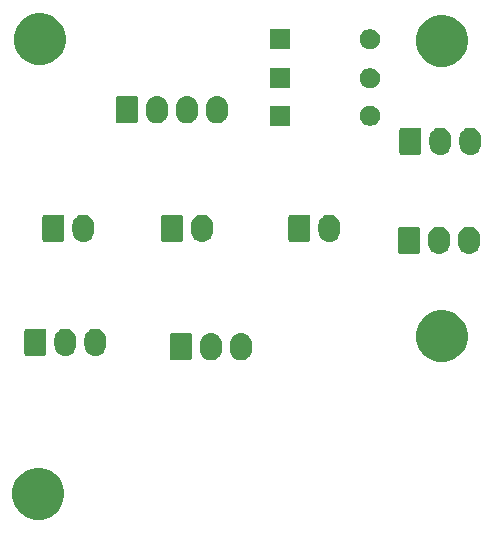
<source format=gbr>
G04 #@! TF.GenerationSoftware,KiCad,Pcbnew,(5.1.5-0-10_14)*
G04 #@! TF.CreationDate,2021-04-18T15:35:27+10:00*
G04 #@! TF.ProjectId,OH - Left Console - 6 - Flight Control Systems Panel ,4f48202d-204c-4656-9674-20436f6e736f,rev?*
G04 #@! TF.SameCoordinates,Original*
G04 #@! TF.FileFunction,Soldermask,Top*
G04 #@! TF.FilePolarity,Negative*
%FSLAX46Y46*%
G04 Gerber Fmt 4.6, Leading zero omitted, Abs format (unit mm)*
G04 Created by KiCad (PCBNEW (5.1.5-0-10_14)) date 2021-04-18 15:35:27*
%MOMM*%
%LPD*%
G04 APERTURE LIST*
%ADD10C,0.100000*%
G04 APERTURE END LIST*
D10*
G36*
X72651007Y-146727582D02*
G01*
X73051563Y-146893498D01*
X73051565Y-146893499D01*
X73412056Y-147134371D01*
X73718629Y-147440944D01*
X73959501Y-147801435D01*
X73959502Y-147801437D01*
X74125418Y-148201993D01*
X74210000Y-148627219D01*
X74210000Y-149060781D01*
X74125418Y-149486007D01*
X73959502Y-149886563D01*
X73959501Y-149886565D01*
X73718629Y-150247056D01*
X73412056Y-150553629D01*
X73051565Y-150794501D01*
X73051564Y-150794502D01*
X73051563Y-150794502D01*
X72651007Y-150960418D01*
X72225781Y-151045000D01*
X71792219Y-151045000D01*
X71366993Y-150960418D01*
X70966437Y-150794502D01*
X70966436Y-150794502D01*
X70966435Y-150794501D01*
X70605944Y-150553629D01*
X70299371Y-150247056D01*
X70058499Y-149886565D01*
X70058498Y-149886563D01*
X69892582Y-149486007D01*
X69808000Y-149060781D01*
X69808000Y-148627219D01*
X69892582Y-148201993D01*
X70058498Y-147801437D01*
X70058499Y-147801435D01*
X70299371Y-147440944D01*
X70605944Y-147134371D01*
X70966435Y-146893499D01*
X70966437Y-146893498D01*
X71366993Y-146727582D01*
X71792219Y-146643000D01*
X72225781Y-146643000D01*
X72651007Y-146727582D01*
G37*
G36*
X106814007Y-133392582D02*
G01*
X107214563Y-133558498D01*
X107214565Y-133558499D01*
X107575056Y-133799371D01*
X107881629Y-134105944D01*
X108122501Y-134466435D01*
X108122502Y-134466437D01*
X108288418Y-134866993D01*
X108373000Y-135292219D01*
X108373000Y-135725781D01*
X108288418Y-136151007D01*
X108122502Y-136551563D01*
X108122501Y-136551565D01*
X107881629Y-136912056D01*
X107575056Y-137218629D01*
X107214565Y-137459501D01*
X107214564Y-137459502D01*
X107214563Y-137459502D01*
X106814007Y-137625418D01*
X106388781Y-137710000D01*
X105955219Y-137710000D01*
X105529993Y-137625418D01*
X105129437Y-137459502D01*
X105129436Y-137459502D01*
X105129435Y-137459501D01*
X104768944Y-137218629D01*
X104462371Y-136912056D01*
X104221499Y-136551565D01*
X104221498Y-136551563D01*
X104055582Y-136151007D01*
X103971000Y-135725781D01*
X103971000Y-135292219D01*
X104055582Y-134866993D01*
X104221498Y-134466437D01*
X104221499Y-134466435D01*
X104462371Y-134105944D01*
X104768944Y-133799371D01*
X105129435Y-133558499D01*
X105129437Y-133558498D01*
X105529993Y-133392582D01*
X105955219Y-133308000D01*
X106388781Y-133308000D01*
X106814007Y-133392582D01*
G37*
G36*
X86794547Y-135260326D02*
G01*
X86968156Y-135312990D01*
X86968158Y-135312991D01*
X87128155Y-135398511D01*
X87268397Y-135513603D01*
X87344595Y-135606452D01*
X87383489Y-135653844D01*
X87469010Y-135813843D01*
X87521674Y-135987452D01*
X87535000Y-136122756D01*
X87535000Y-136673243D01*
X87521674Y-136808548D01*
X87469010Y-136982157D01*
X87383489Y-137142156D01*
X87366452Y-137162915D01*
X87268397Y-137282397D01*
X87171729Y-137361729D01*
X87128156Y-137397489D01*
X86968157Y-137483010D01*
X86794548Y-137535674D01*
X86614000Y-137553456D01*
X86433453Y-137535674D01*
X86259844Y-137483010D01*
X86099845Y-137397489D01*
X86056272Y-137361729D01*
X85959604Y-137282397D01*
X85844513Y-137142157D01*
X85844512Y-137142155D01*
X85758990Y-136982157D01*
X85706326Y-136808548D01*
X85693000Y-136673244D01*
X85693000Y-136122757D01*
X85706326Y-135987453D01*
X85758990Y-135813844D01*
X85806061Y-135725781D01*
X85844511Y-135653845D01*
X85959603Y-135513603D01*
X86056271Y-135434271D01*
X86099844Y-135398511D01*
X86259843Y-135312990D01*
X86433452Y-135260326D01*
X86614000Y-135242544D01*
X86794547Y-135260326D01*
G37*
G36*
X89334547Y-135260326D02*
G01*
X89508156Y-135312990D01*
X89508158Y-135312991D01*
X89668155Y-135398511D01*
X89808397Y-135513603D01*
X89884595Y-135606452D01*
X89923489Y-135653844D01*
X90009010Y-135813843D01*
X90061674Y-135987452D01*
X90075000Y-136122756D01*
X90075000Y-136673243D01*
X90061674Y-136808548D01*
X90009010Y-136982157D01*
X89923489Y-137142156D01*
X89906452Y-137162915D01*
X89808397Y-137282397D01*
X89711729Y-137361729D01*
X89668156Y-137397489D01*
X89508157Y-137483010D01*
X89334548Y-137535674D01*
X89154000Y-137553456D01*
X88973453Y-137535674D01*
X88799844Y-137483010D01*
X88639845Y-137397489D01*
X88596272Y-137361729D01*
X88499604Y-137282397D01*
X88384513Y-137142157D01*
X88384512Y-137142155D01*
X88298990Y-136982157D01*
X88246326Y-136808548D01*
X88233000Y-136673244D01*
X88233000Y-136122757D01*
X88246326Y-135987453D01*
X88298990Y-135813844D01*
X88346061Y-135725781D01*
X88384511Y-135653845D01*
X88499603Y-135513603D01*
X88596271Y-135434271D01*
X88639844Y-135398511D01*
X88799843Y-135312990D01*
X88973452Y-135260326D01*
X89154000Y-135242544D01*
X89334547Y-135260326D01*
G37*
G36*
X84853561Y-135250966D02*
G01*
X84886383Y-135260923D01*
X84916632Y-135277092D01*
X84943148Y-135298852D01*
X84964908Y-135325368D01*
X84981077Y-135355617D01*
X84991034Y-135388439D01*
X84995000Y-135428713D01*
X84995000Y-137367287D01*
X84991034Y-137407561D01*
X84981077Y-137440383D01*
X84964908Y-137470632D01*
X84943148Y-137497148D01*
X84916632Y-137518908D01*
X84886383Y-137535077D01*
X84853561Y-137545034D01*
X84813287Y-137549000D01*
X83334713Y-137549000D01*
X83294439Y-137545034D01*
X83261617Y-137535077D01*
X83231368Y-137518908D01*
X83204852Y-137497148D01*
X83183092Y-137470632D01*
X83166923Y-137440383D01*
X83156966Y-137407561D01*
X83153000Y-137367287D01*
X83153000Y-135428713D01*
X83156966Y-135388439D01*
X83166923Y-135355617D01*
X83183092Y-135325368D01*
X83204852Y-135298852D01*
X83231368Y-135277092D01*
X83261617Y-135260923D01*
X83294439Y-135250966D01*
X83334713Y-135247000D01*
X84813287Y-135247000D01*
X84853561Y-135250966D01*
G37*
G36*
X74475547Y-134879326D02*
G01*
X74649156Y-134931990D01*
X74649158Y-134931991D01*
X74809155Y-135017511D01*
X74949397Y-135132603D01*
X75028729Y-135229271D01*
X75064489Y-135272844D01*
X75108732Y-135355617D01*
X75147803Y-135428713D01*
X75150010Y-135432843D01*
X75202674Y-135606452D01*
X75216000Y-135741756D01*
X75216000Y-136292243D01*
X75202674Y-136427548D01*
X75150010Y-136601157D01*
X75064489Y-136761156D01*
X75028729Y-136804729D01*
X74949397Y-136901397D01*
X74852729Y-136980729D01*
X74809156Y-137016489D01*
X74649157Y-137102010D01*
X74475548Y-137154674D01*
X74295000Y-137172456D01*
X74114453Y-137154674D01*
X73940844Y-137102010D01*
X73780845Y-137016489D01*
X73737272Y-136980729D01*
X73640604Y-136901397D01*
X73525513Y-136761157D01*
X73525512Y-136761155D01*
X73439990Y-136601157D01*
X73387326Y-136427548D01*
X73374000Y-136292244D01*
X73374000Y-135741757D01*
X73387326Y-135606453D01*
X73439990Y-135432844D01*
X73525511Y-135272845D01*
X73542548Y-135252085D01*
X73640603Y-135132603D01*
X73766388Y-135029375D01*
X73780844Y-135017511D01*
X73940843Y-134931990D01*
X74114452Y-134879326D01*
X74295000Y-134861544D01*
X74475547Y-134879326D01*
G37*
G36*
X77015547Y-134879326D02*
G01*
X77189156Y-134931990D01*
X77189158Y-134931991D01*
X77349155Y-135017511D01*
X77489397Y-135132603D01*
X77568729Y-135229271D01*
X77604489Y-135272844D01*
X77648732Y-135355617D01*
X77687803Y-135428713D01*
X77690010Y-135432843D01*
X77742674Y-135606452D01*
X77756000Y-135741756D01*
X77756000Y-136292243D01*
X77742674Y-136427548D01*
X77690010Y-136601157D01*
X77604489Y-136761156D01*
X77568729Y-136804729D01*
X77489397Y-136901397D01*
X77392729Y-136980729D01*
X77349156Y-137016489D01*
X77189157Y-137102010D01*
X77015548Y-137154674D01*
X76835000Y-137172456D01*
X76654453Y-137154674D01*
X76480844Y-137102010D01*
X76320845Y-137016489D01*
X76277272Y-136980729D01*
X76180604Y-136901397D01*
X76065513Y-136761157D01*
X76065512Y-136761155D01*
X75979990Y-136601157D01*
X75927326Y-136427548D01*
X75914000Y-136292244D01*
X75914000Y-135741757D01*
X75927326Y-135606453D01*
X75979990Y-135432844D01*
X76065511Y-135272845D01*
X76082548Y-135252085D01*
X76180603Y-135132603D01*
X76306388Y-135029375D01*
X76320844Y-135017511D01*
X76480843Y-134931990D01*
X76654452Y-134879326D01*
X76835000Y-134861544D01*
X77015547Y-134879326D01*
G37*
G36*
X72534561Y-134869966D02*
G01*
X72567383Y-134879923D01*
X72597632Y-134896092D01*
X72624148Y-134917852D01*
X72645908Y-134944368D01*
X72662077Y-134974617D01*
X72672034Y-135007439D01*
X72676000Y-135047713D01*
X72676000Y-136986287D01*
X72672034Y-137026561D01*
X72662077Y-137059383D01*
X72645908Y-137089632D01*
X72624148Y-137116148D01*
X72597632Y-137137908D01*
X72567383Y-137154077D01*
X72534561Y-137164034D01*
X72494287Y-137168000D01*
X71015713Y-137168000D01*
X70975439Y-137164034D01*
X70942617Y-137154077D01*
X70912368Y-137137908D01*
X70885852Y-137116148D01*
X70864092Y-137089632D01*
X70847923Y-137059383D01*
X70837966Y-137026561D01*
X70834000Y-136986287D01*
X70834000Y-135047713D01*
X70837966Y-135007439D01*
X70847923Y-134974617D01*
X70864092Y-134944368D01*
X70885852Y-134917852D01*
X70912368Y-134896092D01*
X70942617Y-134879923D01*
X70975439Y-134869966D01*
X71015713Y-134866000D01*
X72494287Y-134866000D01*
X72534561Y-134869966D01*
G37*
G36*
X108638547Y-126243326D02*
G01*
X108812156Y-126295990D01*
X108812158Y-126295991D01*
X108972155Y-126381511D01*
X109112397Y-126496603D01*
X109191729Y-126593271D01*
X109227489Y-126636844D01*
X109313010Y-126796843D01*
X109365674Y-126970452D01*
X109379000Y-127105756D01*
X109379000Y-127656243D01*
X109365674Y-127791548D01*
X109313010Y-127965157D01*
X109227489Y-128125156D01*
X109191729Y-128168729D01*
X109112397Y-128265397D01*
X109015729Y-128344729D01*
X108972156Y-128380489D01*
X108812157Y-128466010D01*
X108638548Y-128518674D01*
X108458000Y-128536456D01*
X108277453Y-128518674D01*
X108103844Y-128466010D01*
X107943845Y-128380489D01*
X107900272Y-128344729D01*
X107803604Y-128265397D01*
X107688513Y-128125157D01*
X107688512Y-128125155D01*
X107602990Y-127965157D01*
X107550326Y-127791548D01*
X107537000Y-127656244D01*
X107537000Y-127105757D01*
X107550326Y-126970453D01*
X107602990Y-126796844D01*
X107614375Y-126775545D01*
X107688511Y-126636845D01*
X107803603Y-126496603D01*
X107929388Y-126393375D01*
X107943844Y-126381511D01*
X108103843Y-126295990D01*
X108277452Y-126243326D01*
X108458000Y-126225544D01*
X108638547Y-126243326D01*
G37*
G36*
X106098547Y-126243326D02*
G01*
X106272156Y-126295990D01*
X106272158Y-126295991D01*
X106432155Y-126381511D01*
X106572397Y-126496603D01*
X106651729Y-126593271D01*
X106687489Y-126636844D01*
X106773010Y-126796843D01*
X106825674Y-126970452D01*
X106839000Y-127105756D01*
X106839000Y-127656243D01*
X106825674Y-127791548D01*
X106773010Y-127965157D01*
X106687489Y-128125156D01*
X106651729Y-128168729D01*
X106572397Y-128265397D01*
X106475729Y-128344729D01*
X106432156Y-128380489D01*
X106272157Y-128466010D01*
X106098548Y-128518674D01*
X105918000Y-128536456D01*
X105737453Y-128518674D01*
X105563844Y-128466010D01*
X105403845Y-128380489D01*
X105360272Y-128344729D01*
X105263604Y-128265397D01*
X105148513Y-128125157D01*
X105148512Y-128125155D01*
X105062990Y-127965157D01*
X105010326Y-127791548D01*
X104997000Y-127656244D01*
X104997000Y-127105757D01*
X105010326Y-126970453D01*
X105062990Y-126796844D01*
X105074375Y-126775545D01*
X105148511Y-126636845D01*
X105263603Y-126496603D01*
X105389388Y-126393375D01*
X105403844Y-126381511D01*
X105563843Y-126295990D01*
X105737452Y-126243326D01*
X105918000Y-126225544D01*
X106098547Y-126243326D01*
G37*
G36*
X104157561Y-126233966D02*
G01*
X104190383Y-126243923D01*
X104220632Y-126260092D01*
X104247148Y-126281852D01*
X104268908Y-126308368D01*
X104285077Y-126338617D01*
X104295034Y-126371439D01*
X104299000Y-126411713D01*
X104299000Y-128350287D01*
X104295034Y-128390561D01*
X104285077Y-128423383D01*
X104268908Y-128453632D01*
X104247148Y-128480148D01*
X104220632Y-128501908D01*
X104190383Y-128518077D01*
X104157561Y-128528034D01*
X104117287Y-128532000D01*
X102638713Y-128532000D01*
X102598439Y-128528034D01*
X102565617Y-128518077D01*
X102535368Y-128501908D01*
X102508852Y-128480148D01*
X102487092Y-128453632D01*
X102470923Y-128423383D01*
X102460966Y-128390561D01*
X102457000Y-128350287D01*
X102457000Y-126411713D01*
X102460966Y-126371439D01*
X102470923Y-126338617D01*
X102487092Y-126308368D01*
X102508852Y-126281852D01*
X102535368Y-126260092D01*
X102565617Y-126243923D01*
X102598439Y-126233966D01*
X102638713Y-126230000D01*
X104117287Y-126230000D01*
X104157561Y-126233966D01*
G37*
G36*
X96827547Y-125227326D02*
G01*
X97001156Y-125279990D01*
X97001158Y-125279991D01*
X97161155Y-125365511D01*
X97301397Y-125480603D01*
X97380729Y-125577271D01*
X97416489Y-125620844D01*
X97502010Y-125780843D01*
X97554674Y-125954452D01*
X97568000Y-126089756D01*
X97568000Y-126640243D01*
X97554674Y-126775548D01*
X97502010Y-126949157D01*
X97416489Y-127109156D01*
X97380729Y-127152729D01*
X97301397Y-127249397D01*
X97204729Y-127328729D01*
X97161156Y-127364489D01*
X97001157Y-127450010D01*
X96827548Y-127502674D01*
X96647000Y-127520456D01*
X96466453Y-127502674D01*
X96292844Y-127450010D01*
X96132845Y-127364489D01*
X96089272Y-127328729D01*
X95992604Y-127249397D01*
X95877513Y-127109157D01*
X95877512Y-127109155D01*
X95791990Y-126949157D01*
X95739326Y-126775548D01*
X95726000Y-126640244D01*
X95726000Y-126089757D01*
X95739326Y-125954453D01*
X95791990Y-125780844D01*
X95877511Y-125620845D01*
X95877512Y-125620844D01*
X95992603Y-125480603D01*
X96118388Y-125377375D01*
X96132844Y-125365511D01*
X96292843Y-125279990D01*
X96466452Y-125227326D01*
X96647000Y-125209544D01*
X96827547Y-125227326D01*
G37*
G36*
X86032547Y-125227326D02*
G01*
X86206156Y-125279990D01*
X86206158Y-125279991D01*
X86366155Y-125365511D01*
X86506397Y-125480603D01*
X86585729Y-125577271D01*
X86621489Y-125620844D01*
X86707010Y-125780843D01*
X86759674Y-125954452D01*
X86773000Y-126089756D01*
X86773000Y-126640243D01*
X86759674Y-126775548D01*
X86707010Y-126949157D01*
X86621489Y-127109156D01*
X86585729Y-127152729D01*
X86506397Y-127249397D01*
X86409729Y-127328729D01*
X86366156Y-127364489D01*
X86206157Y-127450010D01*
X86032548Y-127502674D01*
X85852000Y-127520456D01*
X85671453Y-127502674D01*
X85497844Y-127450010D01*
X85337845Y-127364489D01*
X85294272Y-127328729D01*
X85197604Y-127249397D01*
X85082513Y-127109157D01*
X85082512Y-127109155D01*
X84996990Y-126949157D01*
X84944326Y-126775548D01*
X84931000Y-126640244D01*
X84931000Y-126089757D01*
X84944326Y-125954453D01*
X84996990Y-125780844D01*
X85082511Y-125620845D01*
X85082512Y-125620844D01*
X85197603Y-125480603D01*
X85323388Y-125377375D01*
X85337844Y-125365511D01*
X85497843Y-125279990D01*
X85671452Y-125227326D01*
X85852000Y-125209544D01*
X86032547Y-125227326D01*
G37*
G36*
X75999547Y-125227326D02*
G01*
X76173156Y-125279990D01*
X76173158Y-125279991D01*
X76333155Y-125365511D01*
X76473397Y-125480603D01*
X76552729Y-125577271D01*
X76588489Y-125620844D01*
X76674010Y-125780843D01*
X76726674Y-125954452D01*
X76740000Y-126089756D01*
X76740000Y-126640243D01*
X76726674Y-126775548D01*
X76674010Y-126949157D01*
X76588489Y-127109156D01*
X76552729Y-127152729D01*
X76473397Y-127249397D01*
X76376729Y-127328729D01*
X76333156Y-127364489D01*
X76173157Y-127450010D01*
X75999548Y-127502674D01*
X75819000Y-127520456D01*
X75638453Y-127502674D01*
X75464844Y-127450010D01*
X75304845Y-127364489D01*
X75261272Y-127328729D01*
X75164604Y-127249397D01*
X75049513Y-127109157D01*
X75049512Y-127109155D01*
X74963990Y-126949157D01*
X74911326Y-126775548D01*
X74898000Y-126640244D01*
X74898000Y-126089757D01*
X74911326Y-125954453D01*
X74963990Y-125780844D01*
X75049511Y-125620845D01*
X75049512Y-125620844D01*
X75164603Y-125480603D01*
X75290388Y-125377375D01*
X75304844Y-125365511D01*
X75464843Y-125279990D01*
X75638452Y-125227326D01*
X75819000Y-125209544D01*
X75999547Y-125227326D01*
G37*
G36*
X84091561Y-125217966D02*
G01*
X84124383Y-125227923D01*
X84154632Y-125244092D01*
X84181148Y-125265852D01*
X84202908Y-125292368D01*
X84219077Y-125322617D01*
X84229034Y-125355439D01*
X84233000Y-125395713D01*
X84233000Y-127334287D01*
X84229034Y-127374561D01*
X84219077Y-127407383D01*
X84202908Y-127437632D01*
X84181148Y-127464148D01*
X84154632Y-127485908D01*
X84124383Y-127502077D01*
X84091561Y-127512034D01*
X84051287Y-127516000D01*
X82572713Y-127516000D01*
X82532439Y-127512034D01*
X82499617Y-127502077D01*
X82469368Y-127485908D01*
X82442852Y-127464148D01*
X82421092Y-127437632D01*
X82404923Y-127407383D01*
X82394966Y-127374561D01*
X82391000Y-127334287D01*
X82391000Y-125395713D01*
X82394966Y-125355439D01*
X82404923Y-125322617D01*
X82421092Y-125292368D01*
X82442852Y-125265852D01*
X82469368Y-125244092D01*
X82499617Y-125227923D01*
X82532439Y-125217966D01*
X82572713Y-125214000D01*
X84051287Y-125214000D01*
X84091561Y-125217966D01*
G37*
G36*
X74058561Y-125217966D02*
G01*
X74091383Y-125227923D01*
X74121632Y-125244092D01*
X74148148Y-125265852D01*
X74169908Y-125292368D01*
X74186077Y-125322617D01*
X74196034Y-125355439D01*
X74200000Y-125395713D01*
X74200000Y-127334287D01*
X74196034Y-127374561D01*
X74186077Y-127407383D01*
X74169908Y-127437632D01*
X74148148Y-127464148D01*
X74121632Y-127485908D01*
X74091383Y-127502077D01*
X74058561Y-127512034D01*
X74018287Y-127516000D01*
X72539713Y-127516000D01*
X72499439Y-127512034D01*
X72466617Y-127502077D01*
X72436368Y-127485908D01*
X72409852Y-127464148D01*
X72388092Y-127437632D01*
X72371923Y-127407383D01*
X72361966Y-127374561D01*
X72358000Y-127334287D01*
X72358000Y-125395713D01*
X72361966Y-125355439D01*
X72371923Y-125322617D01*
X72388092Y-125292368D01*
X72409852Y-125265852D01*
X72436368Y-125244092D01*
X72466617Y-125227923D01*
X72499439Y-125217966D01*
X72539713Y-125214000D01*
X74018287Y-125214000D01*
X74058561Y-125217966D01*
G37*
G36*
X94886561Y-125217966D02*
G01*
X94919383Y-125227923D01*
X94949632Y-125244092D01*
X94976148Y-125265852D01*
X94997908Y-125292368D01*
X95014077Y-125322617D01*
X95024034Y-125355439D01*
X95028000Y-125395713D01*
X95028000Y-127334287D01*
X95024034Y-127374561D01*
X95014077Y-127407383D01*
X94997908Y-127437632D01*
X94976148Y-127464148D01*
X94949632Y-127485908D01*
X94919383Y-127502077D01*
X94886561Y-127512034D01*
X94846287Y-127516000D01*
X93367713Y-127516000D01*
X93327439Y-127512034D01*
X93294617Y-127502077D01*
X93264368Y-127485908D01*
X93237852Y-127464148D01*
X93216092Y-127437632D01*
X93199923Y-127407383D01*
X93189966Y-127374561D01*
X93186000Y-127334287D01*
X93186000Y-125395713D01*
X93189966Y-125355439D01*
X93199923Y-125322617D01*
X93216092Y-125292368D01*
X93237852Y-125265852D01*
X93264368Y-125244092D01*
X93294617Y-125227923D01*
X93327439Y-125217966D01*
X93367713Y-125214000D01*
X94846287Y-125214000D01*
X94886561Y-125217966D01*
G37*
G36*
X108765547Y-117861326D02*
G01*
X108939156Y-117913990D01*
X108939158Y-117913991D01*
X109099155Y-117999511D01*
X109239397Y-118114603D01*
X109318729Y-118211271D01*
X109354489Y-118254844D01*
X109440010Y-118414843D01*
X109492674Y-118588452D01*
X109506000Y-118723756D01*
X109506000Y-119274243D01*
X109492674Y-119409548D01*
X109440010Y-119583157D01*
X109354489Y-119743156D01*
X109318729Y-119786729D01*
X109239397Y-119883397D01*
X109142729Y-119962729D01*
X109099156Y-119998489D01*
X108939157Y-120084010D01*
X108765548Y-120136674D01*
X108585000Y-120154456D01*
X108404453Y-120136674D01*
X108230844Y-120084010D01*
X108070845Y-119998489D01*
X108027272Y-119962729D01*
X107930604Y-119883397D01*
X107815513Y-119743157D01*
X107815512Y-119743155D01*
X107729990Y-119583157D01*
X107677326Y-119409548D01*
X107664000Y-119274244D01*
X107664000Y-118723757D01*
X107677326Y-118588453D01*
X107729990Y-118414844D01*
X107815511Y-118254845D01*
X107815512Y-118254844D01*
X107930603Y-118114603D01*
X108056388Y-118011375D01*
X108070844Y-117999511D01*
X108230843Y-117913990D01*
X108404452Y-117861326D01*
X108585000Y-117843544D01*
X108765547Y-117861326D01*
G37*
G36*
X106225547Y-117861326D02*
G01*
X106399156Y-117913990D01*
X106399158Y-117913991D01*
X106559155Y-117999511D01*
X106699397Y-118114603D01*
X106778729Y-118211271D01*
X106814489Y-118254844D01*
X106900010Y-118414843D01*
X106952674Y-118588452D01*
X106966000Y-118723756D01*
X106966000Y-119274243D01*
X106952674Y-119409548D01*
X106900010Y-119583157D01*
X106814489Y-119743156D01*
X106778729Y-119786729D01*
X106699397Y-119883397D01*
X106602729Y-119962729D01*
X106559156Y-119998489D01*
X106399157Y-120084010D01*
X106225548Y-120136674D01*
X106045000Y-120154456D01*
X105864453Y-120136674D01*
X105690844Y-120084010D01*
X105530845Y-119998489D01*
X105487272Y-119962729D01*
X105390604Y-119883397D01*
X105275513Y-119743157D01*
X105275512Y-119743155D01*
X105189990Y-119583157D01*
X105137326Y-119409548D01*
X105124000Y-119274244D01*
X105124000Y-118723757D01*
X105137326Y-118588453D01*
X105189990Y-118414844D01*
X105275511Y-118254845D01*
X105275512Y-118254844D01*
X105390603Y-118114603D01*
X105516388Y-118011375D01*
X105530844Y-117999511D01*
X105690843Y-117913990D01*
X105864452Y-117861326D01*
X106045000Y-117843544D01*
X106225547Y-117861326D01*
G37*
G36*
X104284561Y-117851966D02*
G01*
X104317383Y-117861923D01*
X104347632Y-117878092D01*
X104374148Y-117899852D01*
X104395908Y-117926368D01*
X104412077Y-117956617D01*
X104422034Y-117989439D01*
X104426000Y-118029713D01*
X104426000Y-119968287D01*
X104422034Y-120008561D01*
X104412077Y-120041383D01*
X104395908Y-120071632D01*
X104374148Y-120098148D01*
X104347632Y-120119908D01*
X104317383Y-120136077D01*
X104284561Y-120146034D01*
X104244287Y-120150000D01*
X102765713Y-120150000D01*
X102725439Y-120146034D01*
X102692617Y-120136077D01*
X102662368Y-120119908D01*
X102635852Y-120098148D01*
X102614092Y-120071632D01*
X102597923Y-120041383D01*
X102587966Y-120008561D01*
X102584000Y-119968287D01*
X102584000Y-118029713D01*
X102587966Y-117989439D01*
X102597923Y-117956617D01*
X102614092Y-117926368D01*
X102635852Y-117899852D01*
X102662368Y-117878092D01*
X102692617Y-117861923D01*
X102725439Y-117851966D01*
X102765713Y-117848000D01*
X104244287Y-117848000D01*
X104284561Y-117851966D01*
G37*
G36*
X93307000Y-117691000D02*
G01*
X91605000Y-117691000D01*
X91605000Y-115989000D01*
X93307000Y-115989000D01*
X93307000Y-117691000D01*
G37*
G36*
X100324228Y-116021703D02*
G01*
X100479100Y-116085853D01*
X100618481Y-116178985D01*
X100737015Y-116297519D01*
X100830147Y-116436900D01*
X100894297Y-116591772D01*
X100927000Y-116756184D01*
X100927000Y-116923816D01*
X100894297Y-117088228D01*
X100830147Y-117243100D01*
X100737015Y-117382481D01*
X100618481Y-117501015D01*
X100479100Y-117594147D01*
X100324228Y-117658297D01*
X100159816Y-117691000D01*
X99992184Y-117691000D01*
X99827772Y-117658297D01*
X99672900Y-117594147D01*
X99533519Y-117501015D01*
X99414985Y-117382481D01*
X99321853Y-117243100D01*
X99257703Y-117088228D01*
X99225000Y-116923816D01*
X99225000Y-116756184D01*
X99257703Y-116591772D01*
X99321853Y-116436900D01*
X99414985Y-116297519D01*
X99533519Y-116178985D01*
X99672900Y-116085853D01*
X99827772Y-116021703D01*
X99992184Y-115989000D01*
X100159816Y-115989000D01*
X100324228Y-116021703D01*
G37*
G36*
X87302547Y-115194326D02*
G01*
X87476156Y-115246990D01*
X87476158Y-115246991D01*
X87636155Y-115332511D01*
X87776397Y-115447603D01*
X87855729Y-115544271D01*
X87891489Y-115587844D01*
X87977010Y-115747843D01*
X88029674Y-115921452D01*
X88043000Y-116056756D01*
X88043000Y-116607243D01*
X88029674Y-116742548D01*
X87977010Y-116916157D01*
X87891489Y-117076156D01*
X87855729Y-117119729D01*
X87776397Y-117216397D01*
X87679729Y-117295729D01*
X87636156Y-117331489D01*
X87476157Y-117417010D01*
X87302548Y-117469674D01*
X87122000Y-117487456D01*
X86941453Y-117469674D01*
X86767844Y-117417010D01*
X86607845Y-117331489D01*
X86564272Y-117295729D01*
X86467604Y-117216397D01*
X86352513Y-117076157D01*
X86352512Y-117076155D01*
X86266990Y-116916157D01*
X86214326Y-116742548D01*
X86201000Y-116607244D01*
X86201000Y-116056757D01*
X86214326Y-115921453D01*
X86266990Y-115747844D01*
X86352511Y-115587845D01*
X86352512Y-115587844D01*
X86467603Y-115447603D01*
X86593388Y-115344375D01*
X86607844Y-115332511D01*
X86767843Y-115246990D01*
X86941452Y-115194326D01*
X87122000Y-115176544D01*
X87302547Y-115194326D01*
G37*
G36*
X84762547Y-115194326D02*
G01*
X84936156Y-115246990D01*
X84936158Y-115246991D01*
X85096155Y-115332511D01*
X85236397Y-115447603D01*
X85315729Y-115544271D01*
X85351489Y-115587844D01*
X85437010Y-115747843D01*
X85489674Y-115921452D01*
X85503000Y-116056756D01*
X85503000Y-116607243D01*
X85489674Y-116742548D01*
X85437010Y-116916157D01*
X85351489Y-117076156D01*
X85315729Y-117119729D01*
X85236397Y-117216397D01*
X85139729Y-117295729D01*
X85096156Y-117331489D01*
X84936157Y-117417010D01*
X84762548Y-117469674D01*
X84582000Y-117487456D01*
X84401453Y-117469674D01*
X84227844Y-117417010D01*
X84067845Y-117331489D01*
X84024272Y-117295729D01*
X83927604Y-117216397D01*
X83812513Y-117076157D01*
X83812512Y-117076155D01*
X83726990Y-116916157D01*
X83674326Y-116742548D01*
X83661000Y-116607244D01*
X83661000Y-116056757D01*
X83674326Y-115921453D01*
X83726990Y-115747844D01*
X83812511Y-115587845D01*
X83812512Y-115587844D01*
X83927603Y-115447603D01*
X84053388Y-115344375D01*
X84067844Y-115332511D01*
X84227843Y-115246990D01*
X84401452Y-115194326D01*
X84582000Y-115176544D01*
X84762547Y-115194326D01*
G37*
G36*
X82222547Y-115194326D02*
G01*
X82396156Y-115246990D01*
X82396158Y-115246991D01*
X82556155Y-115332511D01*
X82696397Y-115447603D01*
X82775729Y-115544271D01*
X82811489Y-115587844D01*
X82897010Y-115747843D01*
X82949674Y-115921452D01*
X82963000Y-116056756D01*
X82963000Y-116607243D01*
X82949674Y-116742548D01*
X82897010Y-116916157D01*
X82811489Y-117076156D01*
X82775729Y-117119729D01*
X82696397Y-117216397D01*
X82599729Y-117295729D01*
X82556156Y-117331489D01*
X82396157Y-117417010D01*
X82222548Y-117469674D01*
X82042000Y-117487456D01*
X81861453Y-117469674D01*
X81687844Y-117417010D01*
X81527845Y-117331489D01*
X81484272Y-117295729D01*
X81387604Y-117216397D01*
X81272513Y-117076157D01*
X81272512Y-117076155D01*
X81186990Y-116916157D01*
X81134326Y-116742548D01*
X81121000Y-116607244D01*
X81121000Y-116056757D01*
X81134326Y-115921453D01*
X81186990Y-115747844D01*
X81272511Y-115587845D01*
X81272512Y-115587844D01*
X81387603Y-115447603D01*
X81513388Y-115344375D01*
X81527844Y-115332511D01*
X81687843Y-115246990D01*
X81861452Y-115194326D01*
X82042000Y-115176544D01*
X82222547Y-115194326D01*
G37*
G36*
X80281561Y-115184966D02*
G01*
X80314383Y-115194923D01*
X80344632Y-115211092D01*
X80371148Y-115232852D01*
X80392908Y-115259368D01*
X80409077Y-115289617D01*
X80419034Y-115322439D01*
X80423000Y-115362713D01*
X80423000Y-117301287D01*
X80419034Y-117341561D01*
X80409077Y-117374383D01*
X80392908Y-117404632D01*
X80371148Y-117431148D01*
X80344632Y-117452908D01*
X80314383Y-117469077D01*
X80281561Y-117479034D01*
X80241287Y-117483000D01*
X78762713Y-117483000D01*
X78722439Y-117479034D01*
X78689617Y-117469077D01*
X78659368Y-117452908D01*
X78632852Y-117431148D01*
X78611092Y-117404632D01*
X78594923Y-117374383D01*
X78584966Y-117341561D01*
X78581000Y-117301287D01*
X78581000Y-115362713D01*
X78584966Y-115322439D01*
X78594923Y-115289617D01*
X78611092Y-115259368D01*
X78632852Y-115232852D01*
X78659368Y-115211092D01*
X78689617Y-115194923D01*
X78722439Y-115184966D01*
X78762713Y-115181000D01*
X80241287Y-115181000D01*
X80281561Y-115184966D01*
G37*
G36*
X93307000Y-114516000D02*
G01*
X91605000Y-114516000D01*
X91605000Y-112814000D01*
X93307000Y-112814000D01*
X93307000Y-114516000D01*
G37*
G36*
X100324228Y-112846703D02*
G01*
X100479100Y-112910853D01*
X100618481Y-113003985D01*
X100737015Y-113122519D01*
X100830147Y-113261900D01*
X100894297Y-113416772D01*
X100927000Y-113581184D01*
X100927000Y-113748816D01*
X100894297Y-113913228D01*
X100830147Y-114068100D01*
X100737015Y-114207481D01*
X100618481Y-114326015D01*
X100479100Y-114419147D01*
X100324228Y-114483297D01*
X100159816Y-114516000D01*
X99992184Y-114516000D01*
X99827772Y-114483297D01*
X99672900Y-114419147D01*
X99533519Y-114326015D01*
X99414985Y-114207481D01*
X99321853Y-114068100D01*
X99257703Y-113913228D01*
X99225000Y-113748816D01*
X99225000Y-113581184D01*
X99257703Y-113416772D01*
X99321853Y-113261900D01*
X99414985Y-113122519D01*
X99533519Y-113003985D01*
X99672900Y-112910853D01*
X99827772Y-112846703D01*
X99992184Y-112814000D01*
X100159816Y-112814000D01*
X100324228Y-112846703D01*
G37*
G36*
X106814007Y-108373582D02*
G01*
X107214563Y-108539498D01*
X107214565Y-108539499D01*
X107575056Y-108780371D01*
X107881629Y-109086944D01*
X108122501Y-109447435D01*
X108122502Y-109447437D01*
X108288418Y-109847993D01*
X108373000Y-110273219D01*
X108373000Y-110706781D01*
X108288418Y-111132007D01*
X108268002Y-111181295D01*
X108122501Y-111532565D01*
X107881629Y-111893056D01*
X107575056Y-112199629D01*
X107214565Y-112440501D01*
X107214564Y-112440502D01*
X107214563Y-112440502D01*
X106814007Y-112606418D01*
X106388781Y-112691000D01*
X105955219Y-112691000D01*
X105529993Y-112606418D01*
X105129437Y-112440502D01*
X105129436Y-112440502D01*
X105129435Y-112440501D01*
X104768944Y-112199629D01*
X104462371Y-111893056D01*
X104221499Y-111532565D01*
X104075998Y-111181295D01*
X104055582Y-111132007D01*
X103971000Y-110706781D01*
X103971000Y-110273219D01*
X104055582Y-109847993D01*
X104221498Y-109447437D01*
X104221499Y-109447435D01*
X104462371Y-109086944D01*
X104768944Y-108780371D01*
X105129435Y-108539499D01*
X105129437Y-108539498D01*
X105529993Y-108373582D01*
X105955219Y-108289000D01*
X106388781Y-108289000D01*
X106814007Y-108373582D01*
G37*
G36*
X72778007Y-108246582D02*
G01*
X73178563Y-108412498D01*
X73178565Y-108412499D01*
X73539056Y-108653371D01*
X73845629Y-108959944D01*
X73930488Y-109086945D01*
X74086502Y-109320437D01*
X74252418Y-109720993D01*
X74337000Y-110146219D01*
X74337000Y-110579781D01*
X74252418Y-111005007D01*
X74199812Y-111132008D01*
X74086501Y-111405565D01*
X73845629Y-111766056D01*
X73539056Y-112072629D01*
X73178565Y-112313501D01*
X73178564Y-112313502D01*
X73178563Y-112313502D01*
X72778007Y-112479418D01*
X72352781Y-112564000D01*
X71919219Y-112564000D01*
X71493993Y-112479418D01*
X71093437Y-112313502D01*
X71093436Y-112313502D01*
X71093435Y-112313501D01*
X70732944Y-112072629D01*
X70426371Y-111766056D01*
X70185499Y-111405565D01*
X70072188Y-111132008D01*
X70019582Y-111005007D01*
X69935000Y-110579781D01*
X69935000Y-110146219D01*
X70019582Y-109720993D01*
X70185498Y-109320437D01*
X70341512Y-109086945D01*
X70426371Y-108959944D01*
X70732944Y-108653371D01*
X71093435Y-108412499D01*
X71093437Y-108412498D01*
X71493993Y-108246582D01*
X71919219Y-108162000D01*
X72352781Y-108162000D01*
X72778007Y-108246582D01*
G37*
G36*
X93307000Y-111214000D02*
G01*
X91605000Y-111214000D01*
X91605000Y-109512000D01*
X93307000Y-109512000D01*
X93307000Y-111214000D01*
G37*
G36*
X100324228Y-109544703D02*
G01*
X100479100Y-109608853D01*
X100618481Y-109701985D01*
X100737015Y-109820519D01*
X100830147Y-109959900D01*
X100894297Y-110114772D01*
X100927000Y-110279184D01*
X100927000Y-110446816D01*
X100894297Y-110611228D01*
X100830147Y-110766100D01*
X100737015Y-110905481D01*
X100618481Y-111024015D01*
X100479100Y-111117147D01*
X100324228Y-111181297D01*
X100159816Y-111214000D01*
X99992184Y-111214000D01*
X99827772Y-111181297D01*
X99672900Y-111117147D01*
X99533519Y-111024015D01*
X99414985Y-110905481D01*
X99321853Y-110766100D01*
X99257703Y-110611228D01*
X99225000Y-110446816D01*
X99225000Y-110279184D01*
X99257703Y-110114772D01*
X99321853Y-109959900D01*
X99414985Y-109820519D01*
X99533519Y-109701985D01*
X99672900Y-109608853D01*
X99827772Y-109544703D01*
X99992184Y-109512000D01*
X100159816Y-109512000D01*
X100324228Y-109544703D01*
G37*
M02*

</source>
